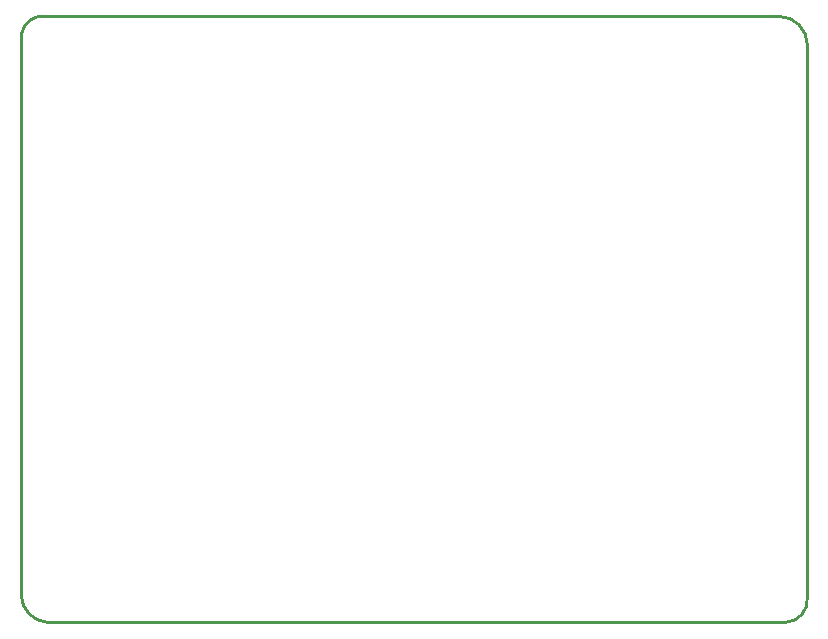
<source format=gko>
G04*
G04 #@! TF.GenerationSoftware,Altium Limited,Altium Designer,21.2.2 (38)*
G04*
G04 Layer_Color=16711935*
%FSLAX25Y25*%
%MOIN*%
G70*
G04*
G04 #@! TF.SameCoordinates,E511DB09-7795-4F42-8736-8E558125F004*
G04*
G04*
G04 #@! TF.FilePolarity,Positive*
G04*
G01*
G75*
%ADD13C,0.01000*%
D13*
X79473Y51999D02*
G03*
X88000Y43000I9277J251D01*
G01*
X334500D02*
G03*
X341500Y51000I-500J7500D01*
G01*
X341500Y235500D02*
G03*
X332000Y245000I-9500J0D01*
G01*
X88000Y245000D02*
G03*
X79500Y239000I-1250J-7250D01*
G01*
X79500Y51999D02*
X79500Y239000D01*
X88000Y43000D02*
X334500D01*
X341500Y51000D02*
Y235500D01*
X88000Y245000D02*
X332000Y245000D01*
M02*

</source>
